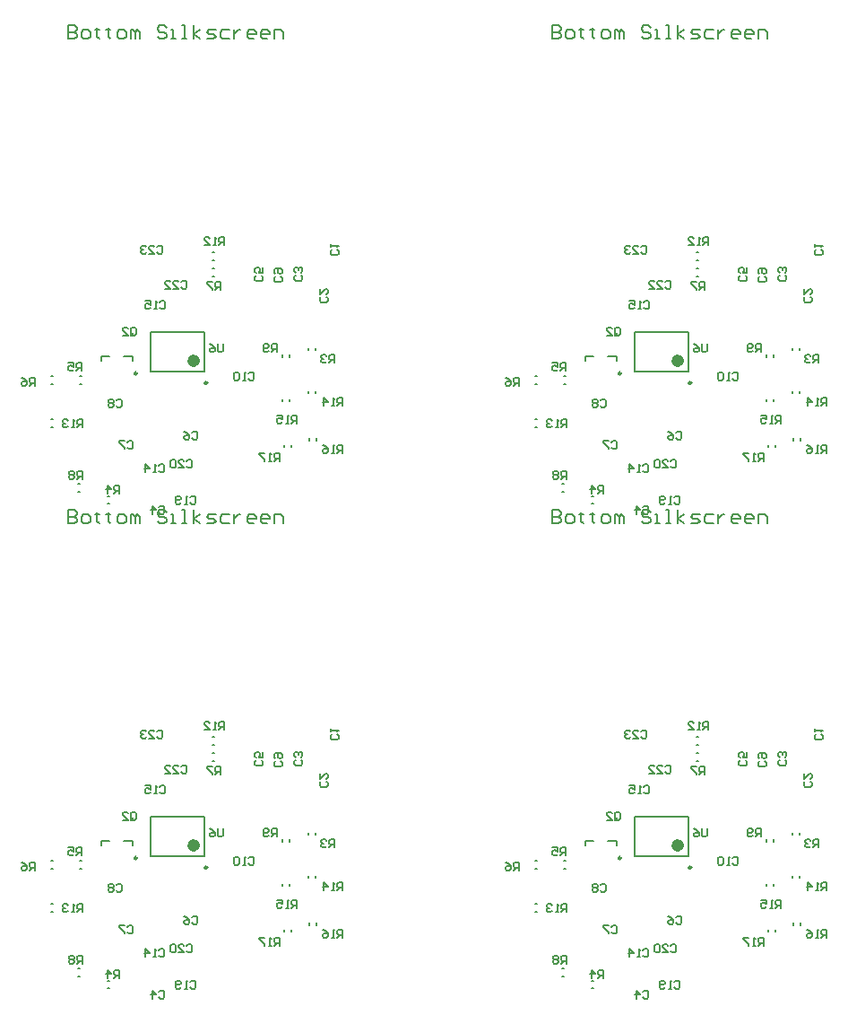
<source format=gbo>
G04 Layer_Color=65280*
%FSLAX25Y25*%
%MOIN*%
G70*
G01*
G75*
%ADD43C,0.00800*%
%ADD67C,0.00984*%
%ADD69C,0.00787*%
%ADD116C,0.02362*%
D43*
X191501Y214400D02*
Y216399D01*
X192000Y216899D01*
X193000D01*
X193500Y216399D01*
Y214400D01*
X193000Y213900D01*
X192000D01*
X192500Y214900D02*
X191501Y213900D01*
X192000D02*
X191501Y214400D01*
X188502Y213900D02*
X190501D01*
X188502Y215899D01*
Y216399D01*
X189001Y216899D01*
X190001D01*
X190501Y216399D01*
X155744Y195244D02*
Y198243D01*
X154245D01*
X153745Y197743D01*
Y196744D01*
X154245Y196244D01*
X155744D01*
X154744D02*
X153745Y195244D01*
X150746Y198243D02*
X151745Y197743D01*
X152745Y196744D01*
Y195744D01*
X152245Y195244D01*
X151245D01*
X150746Y195744D01*
Y196244D01*
X151245Y196744D01*
X152745D01*
X173244Y200744D02*
Y203743D01*
X171745D01*
X171245Y203243D01*
Y202244D01*
X171745Y201744D01*
X173244D01*
X172244D02*
X171245Y200744D01*
X168246Y203743D02*
X170245D01*
Y202244D01*
X169245Y202743D01*
X168746D01*
X168246Y202244D01*
Y201244D01*
X168746Y200744D01*
X169745D01*
X170245Y201244D01*
X173344Y160444D02*
Y163443D01*
X171845D01*
X171345Y162943D01*
Y161944D01*
X171845Y161444D01*
X173344D01*
X172344D02*
X171345Y160444D01*
X170345Y162943D02*
X169845Y163443D01*
X168845D01*
X168346Y162943D01*
Y162443D01*
X168845Y161944D01*
X168346Y161444D01*
Y160944D01*
X168845Y160444D01*
X169845D01*
X170345Y160944D01*
Y161444D01*
X169845Y161944D01*
X170345Y162443D01*
Y162943D01*
X169845Y161944D02*
X168845D01*
X173544Y179644D02*
Y182643D01*
X172045D01*
X171545Y182143D01*
Y181144D01*
X172045Y180644D01*
X173544D01*
X172544D02*
X171545Y179644D01*
X170545D02*
X169545D01*
X170045D01*
Y182643D01*
X170545Y182143D01*
X168046D02*
X167546Y182643D01*
X166546D01*
X166047Y182143D01*
Y181643D01*
X166546Y181144D01*
X167046D01*
X166546D01*
X166047Y180644D01*
Y180144D01*
X166546Y179644D01*
X167546D01*
X168046Y180144D01*
X187244Y155244D02*
Y158243D01*
X185745D01*
X185245Y157743D01*
Y156744D01*
X185745Y156244D01*
X187244D01*
X186244D02*
X185245Y155244D01*
X182746D02*
Y158243D01*
X184245Y156744D01*
X182246D01*
X212245Y167243D02*
X212745Y167743D01*
X213744D01*
X214244Y167243D01*
Y165244D01*
X213744Y164744D01*
X212745D01*
X212245Y165244D01*
X209246Y164744D02*
X211245D01*
X209246Y166743D01*
Y167243D01*
X209746Y167743D01*
X210745D01*
X211245Y167243D01*
X208246D02*
X207746Y167743D01*
X206747D01*
X206247Y167243D01*
Y165244D01*
X206747Y164744D01*
X207746D01*
X208246Y165244D01*
Y167243D01*
X213561Y153743D02*
X214061Y154243D01*
X215061D01*
X215561Y153743D01*
Y151744D01*
X215061Y151244D01*
X214061D01*
X213561Y151744D01*
X212562Y151244D02*
X211562D01*
X212062D01*
Y154243D01*
X212562Y153743D01*
X210063Y151744D02*
X209563Y151244D01*
X208563D01*
X208063Y151744D01*
Y153743D01*
X208563Y154243D01*
X209563D01*
X210063Y153743D01*
Y153243D01*
X209563Y152744D01*
X208063D01*
X201945Y165443D02*
X202445Y165943D01*
X203444D01*
X203944Y165443D01*
Y163444D01*
X203444Y162944D01*
X202445D01*
X201945Y163444D01*
X200945Y162944D02*
X199945D01*
X200445D01*
Y165943D01*
X200945Y165443D01*
X196946Y162944D02*
Y165943D01*
X198446Y164444D01*
X196447D01*
X247243Y235743D02*
X247743Y235244D01*
Y234244D01*
X247243Y233744D01*
X245244D01*
X244744Y234244D01*
Y235244D01*
X245244Y235743D01*
Y236743D02*
X244744Y237243D01*
Y238243D01*
X245244Y238742D01*
X247243D01*
X247743Y238243D01*
Y237243D01*
X247243Y236743D01*
X246743D01*
X246244Y237243D01*
Y238742D01*
X186145Y189743D02*
X186645Y190243D01*
X187644D01*
X188144Y189743D01*
Y187744D01*
X187644Y187244D01*
X186645D01*
X186145Y187744D01*
X185145Y189743D02*
X184645Y190243D01*
X183645D01*
X183146Y189743D01*
Y189243D01*
X183645Y188744D01*
X183146Y188244D01*
Y187744D01*
X183645Y187244D01*
X184645D01*
X185145Y187744D01*
Y188244D01*
X184645Y188744D01*
X185145Y189243D01*
Y189743D01*
X184645Y188744D02*
X183645D01*
X190245Y174243D02*
X190745Y174743D01*
X191744D01*
X192244Y174243D01*
Y172244D01*
X191744Y171744D01*
X190745D01*
X190245Y172244D01*
X189245Y174743D02*
X187246D01*
Y174243D01*
X189245Y172244D01*
Y171744D01*
X202245Y226243D02*
X202745Y226743D01*
X203744D01*
X204244Y226243D01*
Y224244D01*
X203744Y223744D01*
X202745D01*
X202245Y224244D01*
X201245Y223744D02*
X200245D01*
X200745D01*
Y226743D01*
X201245Y226243D01*
X196747Y226743D02*
X198746D01*
Y225244D01*
X197746Y225743D01*
X197246D01*
X196747Y225244D01*
Y224244D01*
X197246Y223744D01*
X198246D01*
X198746Y224244D01*
X214205Y177704D02*
X214705Y178204D01*
X215705D01*
X216205Y177704D01*
Y175704D01*
X215705Y175205D01*
X214705D01*
X214205Y175704D01*
X211206Y178204D02*
X212206Y177704D01*
X213206Y176704D01*
Y175704D01*
X212706Y175205D01*
X211706D01*
X211206Y175704D01*
Y176204D01*
X211706Y176704D01*
X213206D01*
X264243Y228243D02*
X264743Y227744D01*
Y226744D01*
X264243Y226244D01*
X262244D01*
X261744Y226744D01*
Y227744D01*
X262244Y228243D01*
X261744Y231242D02*
Y229243D01*
X263743Y231242D01*
X264243D01*
X264743Y230743D01*
Y229743D01*
X264243Y229243D01*
X201845Y150043D02*
X202345Y150543D01*
X203344D01*
X203844Y150043D01*
Y148044D01*
X203344Y147544D01*
X202345D01*
X201845Y148044D01*
X199346Y147544D02*
Y150543D01*
X200845Y149044D01*
X198846D01*
X254743Y236243D02*
X255243Y235744D01*
Y234744D01*
X254743Y234244D01*
X252744D01*
X252244Y234744D01*
Y235744D01*
X252744Y236243D01*
X254743Y237243D02*
X255243Y237743D01*
Y238743D01*
X254743Y239243D01*
X254243D01*
X253744Y238743D01*
Y238243D01*
Y238743D01*
X253244Y239243D01*
X252744D01*
X252244Y238743D01*
Y237743D01*
X252744Y237243D01*
X240099Y235987D02*
X240599Y235488D01*
Y234488D01*
X240099Y233988D01*
X238100D01*
X237600Y234488D01*
Y235488D01*
X238100Y235987D01*
X240599Y238987D02*
Y236987D01*
X239100D01*
X239599Y237987D01*
Y238487D01*
X239100Y238987D01*
X238100D01*
X237600Y238487D01*
Y237487D01*
X238100Y236987D01*
X225744Y210743D02*
Y208244D01*
X225244Y207744D01*
X224245D01*
X223745Y208244D01*
Y210743D01*
X220746D02*
X221745Y210243D01*
X222745Y209244D01*
Y208244D01*
X222245Y207744D01*
X221246D01*
X220746Y208244D01*
Y208744D01*
X221246Y209244D01*
X222745D01*
X210245Y233743D02*
X210745Y234243D01*
X211744D01*
X212244Y233743D01*
Y231744D01*
X211744Y231244D01*
X210745D01*
X210245Y231744D01*
X207246Y231244D02*
X209245D01*
X207246Y233243D01*
Y233743D01*
X207746Y234243D01*
X208745D01*
X209245Y233743D01*
X204247Y231244D02*
X206246D01*
X204247Y233243D01*
Y233743D01*
X204747Y234243D01*
X205746D01*
X206246Y233743D01*
X201245Y246743D02*
X201745Y247243D01*
X202744D01*
X203244Y246743D01*
Y244744D01*
X202744Y244244D01*
X201745D01*
X201245Y244744D01*
X198246Y244244D02*
X200245D01*
X198246Y246243D01*
Y246743D01*
X198746Y247243D01*
X199745D01*
X200245Y246743D01*
X197246D02*
X196746Y247243D01*
X195747D01*
X195247Y246743D01*
Y246243D01*
X195747Y245744D01*
X196246D01*
X195747D01*
X195247Y245244D01*
Y244744D01*
X195747Y244244D01*
X196746D01*
X197246Y244744D01*
X224744Y230744D02*
Y233743D01*
X223245D01*
X222745Y233243D01*
Y232244D01*
X223245Y231744D01*
X224744D01*
X223744D02*
X222745Y230744D01*
X221745Y233743D02*
X219746D01*
Y233243D01*
X221745Y231244D01*
Y230744D01*
X226303Y247372D02*
Y250371D01*
X224803D01*
X224303Y249871D01*
Y248871D01*
X224803Y248371D01*
X226303D01*
X225303D02*
X224303Y247372D01*
X223304D02*
X222304D01*
X222804D01*
Y250371D01*
X223304Y249871D01*
X218805Y247372D02*
X220804D01*
X218805Y249371D01*
Y249871D01*
X219305Y250371D01*
X220304D01*
X220804Y249871D01*
X268243Y245743D02*
X268743Y245244D01*
Y244244D01*
X268243Y243744D01*
X266244D01*
X265744Y244244D01*
Y245244D01*
X266244Y245743D01*
X265744Y246743D02*
Y247743D01*
Y247243D01*
X268743D01*
X268243Y246743D01*
X235245Y199743D02*
X235745Y200243D01*
X236744D01*
X237244Y199743D01*
Y197744D01*
X236744Y197244D01*
X235745D01*
X235245Y197744D01*
X234245Y197244D02*
X233245D01*
X233745D01*
Y200243D01*
X234245Y199743D01*
X231746D02*
X231246Y200243D01*
X230246D01*
X229747Y199743D01*
Y197744D01*
X230246Y197244D01*
X231246D01*
X231746Y197744D01*
Y199743D01*
X267244Y203744D02*
Y206743D01*
X265745D01*
X265245Y206243D01*
Y205244D01*
X265745Y204744D01*
X267244D01*
X266244D02*
X265245Y203744D01*
X264245Y206243D02*
X263745Y206743D01*
X262745D01*
X262246Y206243D01*
Y205743D01*
X262745Y205244D01*
X263245D01*
X262745D01*
X262246Y204744D01*
Y204244D01*
X262745Y203744D01*
X263745D01*
X264245Y204244D01*
X245744Y207744D02*
Y210743D01*
X244245D01*
X243745Y210243D01*
Y209244D01*
X244245Y208744D01*
X245744D01*
X244744D02*
X243745Y207744D01*
X242745Y208244D02*
X242245Y207744D01*
X241246D01*
X240746Y208244D01*
Y210243D01*
X241246Y210743D01*
X242245D01*
X242745Y210243D01*
Y209743D01*
X242245Y209244D01*
X240746D01*
X270244Y187744D02*
Y190743D01*
X268745D01*
X268245Y190243D01*
Y189244D01*
X268745Y188744D01*
X270244D01*
X269244D02*
X268245Y187744D01*
X267245D02*
X266245D01*
X266745D01*
Y190743D01*
X267245Y190243D01*
X263246Y187744D02*
Y190743D01*
X264746Y189244D01*
X262747D01*
X253244Y181244D02*
Y184243D01*
X251745D01*
X251245Y183743D01*
Y182744D01*
X251745Y182244D01*
X253244D01*
X252244D02*
X251245Y181244D01*
X250245D02*
X249245D01*
X249745D01*
Y184243D01*
X250245Y183743D01*
X245746Y184243D02*
X247746D01*
Y182744D01*
X246746Y183243D01*
X246246D01*
X245746Y182744D01*
Y181744D01*
X246246Y181244D01*
X247246D01*
X247746Y181744D01*
X270244Y170244D02*
Y173243D01*
X268745D01*
X268245Y172743D01*
Y171744D01*
X268745Y171244D01*
X270244D01*
X269244D02*
X268245Y170244D01*
X267245D02*
X266245D01*
X266745D01*
Y173243D01*
X267245Y172743D01*
X262747Y173243D02*
X263746Y172743D01*
X264746Y171744D01*
Y170744D01*
X264246Y170244D01*
X263246D01*
X262747Y170744D01*
Y171244D01*
X263246Y171744D01*
X264746D01*
X246744Y167244D02*
Y170243D01*
X245245D01*
X244745Y169743D01*
Y168744D01*
X245245Y168244D01*
X246744D01*
X245744D02*
X244745Y167244D01*
X243745D02*
X242745D01*
X243245D01*
Y170243D01*
X243745Y169743D01*
X241246Y170243D02*
X239247D01*
Y169743D01*
X241246Y167744D01*
Y167244D01*
X168120Y328992D02*
Y323994D01*
X170619D01*
X171452Y324827D01*
Y325660D01*
X170619Y326493D01*
X168120D01*
X170619D01*
X171452Y327326D01*
Y328159D01*
X170619Y328992D01*
X168120D01*
X173951Y323994D02*
X175617D01*
X176450Y324827D01*
Y326493D01*
X175617Y327326D01*
X173951D01*
X173118Y326493D01*
Y324827D01*
X173951Y323994D01*
X178949Y328159D02*
Y327326D01*
X178117D01*
X179783D01*
X178949D01*
Y324827D01*
X179783Y323994D01*
X183115Y328159D02*
Y327326D01*
X182282D01*
X183948D01*
X183115D01*
Y324827D01*
X183948Y323994D01*
X187280D02*
X188946D01*
X189779Y324827D01*
Y326493D01*
X188946Y327326D01*
X187280D01*
X186447Y326493D01*
Y324827D01*
X187280Y323994D01*
X191446D02*
Y327326D01*
X192279D01*
X193112Y326493D01*
Y323994D01*
Y326493D01*
X193945Y327326D01*
X194778Y326493D01*
Y323994D01*
X204774Y328159D02*
X203941Y328992D01*
X202275D01*
X201442Y328159D01*
Y327326D01*
X202275Y326493D01*
X203941D01*
X204774Y325660D01*
Y324827D01*
X203941Y323994D01*
X202275D01*
X201442Y324827D01*
X206441Y323994D02*
X208107D01*
X207274D01*
Y327326D01*
X206441D01*
X210606Y323994D02*
X212272D01*
X211439D01*
Y328992D01*
X210606D01*
X214771Y323994D02*
Y328992D01*
Y325660D02*
X217270Y327326D01*
X214771Y325660D02*
X217270Y323994D01*
X219770D02*
X222269D01*
X223102Y324827D01*
X222269Y325660D01*
X220603D01*
X219770Y326493D01*
X220603Y327326D01*
X223102D01*
X228100D02*
X225601D01*
X224768Y326493D01*
Y324827D01*
X225601Y323994D01*
X228100D01*
X229766Y327326D02*
Y323994D01*
Y325660D01*
X230599Y326493D01*
X231433Y327326D01*
X232266D01*
X237264Y323994D02*
X235598D01*
X234765Y324827D01*
Y326493D01*
X235598Y327326D01*
X237264D01*
X238097Y326493D01*
Y325660D01*
X234765D01*
X242262Y323994D02*
X240596D01*
X239763Y324827D01*
Y326493D01*
X240596Y327326D01*
X242262D01*
X243095Y326493D01*
Y325660D01*
X239763D01*
X244761Y323994D02*
Y327326D01*
X247261D01*
X248094Y326493D01*
Y323994D01*
X371501Y214400D02*
Y216399D01*
X372001Y216899D01*
X373000D01*
X373500Y216399D01*
Y214400D01*
X373000Y213900D01*
X372001D01*
X372500Y214900D02*
X371501Y213900D01*
X372001D02*
X371501Y214400D01*
X368502Y213900D02*
X370501D01*
X368502Y215899D01*
Y216399D01*
X369002Y216899D01*
X370001D01*
X370501Y216399D01*
X335744Y195244D02*
Y198243D01*
X334245D01*
X333745Y197743D01*
Y196744D01*
X334245Y196244D01*
X335744D01*
X334744D02*
X333745Y195244D01*
X330746Y198243D02*
X331745Y197743D01*
X332745Y196744D01*
Y195744D01*
X332245Y195244D01*
X331245D01*
X330746Y195744D01*
Y196244D01*
X331245Y196744D01*
X332745D01*
X353244Y200744D02*
Y203743D01*
X351745D01*
X351245Y203243D01*
Y202244D01*
X351745Y201744D01*
X353244D01*
X352244D02*
X351245Y200744D01*
X348246Y203743D02*
X350245D01*
Y202244D01*
X349245Y202743D01*
X348745D01*
X348246Y202244D01*
Y201244D01*
X348745Y200744D01*
X349745D01*
X350245Y201244D01*
X353344Y160444D02*
Y163443D01*
X351845D01*
X351345Y162943D01*
Y161944D01*
X351845Y161444D01*
X353344D01*
X352344D02*
X351345Y160444D01*
X350345Y162943D02*
X349845Y163443D01*
X348846D01*
X348346Y162943D01*
Y162443D01*
X348846Y161944D01*
X348346Y161444D01*
Y160944D01*
X348846Y160444D01*
X349845D01*
X350345Y160944D01*
Y161444D01*
X349845Y161944D01*
X350345Y162443D01*
Y162943D01*
X349845Y161944D02*
X348846D01*
X353544Y179644D02*
Y182643D01*
X352045D01*
X351545Y182143D01*
Y181144D01*
X352045Y180644D01*
X353544D01*
X352544D02*
X351545Y179644D01*
X350545D02*
X349545D01*
X350045D01*
Y182643D01*
X350545Y182143D01*
X348046D02*
X347546Y182643D01*
X346546D01*
X346046Y182143D01*
Y181643D01*
X346546Y181144D01*
X347046D01*
X346546D01*
X346046Y180644D01*
Y180144D01*
X346546Y179644D01*
X347546D01*
X348046Y180144D01*
X367244Y155244D02*
Y158243D01*
X365745D01*
X365245Y157743D01*
Y156744D01*
X365745Y156244D01*
X367244D01*
X366244D02*
X365245Y155244D01*
X362745D02*
Y158243D01*
X364245Y156744D01*
X362246D01*
X392245Y167243D02*
X392745Y167743D01*
X393744D01*
X394244Y167243D01*
Y165244D01*
X393744Y164744D01*
X392745D01*
X392245Y165244D01*
X389246Y164744D02*
X391245D01*
X389246Y166743D01*
Y167243D01*
X389745Y167743D01*
X390745D01*
X391245Y167243D01*
X388246D02*
X387746Y167743D01*
X386747D01*
X386247Y167243D01*
Y165244D01*
X386747Y164744D01*
X387746D01*
X388246Y165244D01*
Y167243D01*
X393561Y153743D02*
X394061Y154243D01*
X395061D01*
X395561Y153743D01*
Y151744D01*
X395061Y151244D01*
X394061D01*
X393561Y151744D01*
X392562Y151244D02*
X391562D01*
X392062D01*
Y154243D01*
X392562Y153743D01*
X390062Y151744D02*
X389563Y151244D01*
X388563D01*
X388063Y151744D01*
Y153743D01*
X388563Y154243D01*
X389563D01*
X390062Y153743D01*
Y153243D01*
X389563Y152744D01*
X388063D01*
X381945Y165443D02*
X382445Y165943D01*
X383444D01*
X383944Y165443D01*
Y163444D01*
X383444Y162944D01*
X382445D01*
X381945Y163444D01*
X380945Y162944D02*
X379945D01*
X380445D01*
Y165943D01*
X380945Y165443D01*
X376946Y162944D02*
Y165943D01*
X378446Y164444D01*
X376447D01*
X427243Y235743D02*
X427743Y235244D01*
Y234244D01*
X427243Y233744D01*
X425244D01*
X424744Y234244D01*
Y235244D01*
X425244Y235743D01*
Y236743D02*
X424744Y237243D01*
Y238243D01*
X425244Y238742D01*
X427243D01*
X427743Y238243D01*
Y237243D01*
X427243Y236743D01*
X426743D01*
X426244Y237243D01*
Y238742D01*
X366145Y189743D02*
X366645Y190243D01*
X367644D01*
X368144Y189743D01*
Y187744D01*
X367644Y187244D01*
X366645D01*
X366145Y187744D01*
X365145Y189743D02*
X364645Y190243D01*
X363646D01*
X363146Y189743D01*
Y189243D01*
X363646Y188744D01*
X363146Y188244D01*
Y187744D01*
X363646Y187244D01*
X364645D01*
X365145Y187744D01*
Y188244D01*
X364645Y188744D01*
X365145Y189243D01*
Y189743D01*
X364645Y188744D02*
X363646D01*
X370245Y174243D02*
X370745Y174743D01*
X371744D01*
X372244Y174243D01*
Y172244D01*
X371744Y171744D01*
X370745D01*
X370245Y172244D01*
X369245Y174743D02*
X367246D01*
Y174243D01*
X369245Y172244D01*
Y171744D01*
X382245Y226243D02*
X382745Y226743D01*
X383744D01*
X384244Y226243D01*
Y224244D01*
X383744Y223744D01*
X382745D01*
X382245Y224244D01*
X381245Y223744D02*
X380245D01*
X380745D01*
Y226743D01*
X381245Y226243D01*
X376747Y226743D02*
X378746D01*
Y225244D01*
X377746Y225743D01*
X377246D01*
X376747Y225244D01*
Y224244D01*
X377246Y223744D01*
X378246D01*
X378746Y224244D01*
X394205Y177704D02*
X394705Y178204D01*
X395705D01*
X396205Y177704D01*
Y175704D01*
X395705Y175205D01*
X394705D01*
X394205Y175704D01*
X391206Y178204D02*
X392206Y177704D01*
X393206Y176704D01*
Y175704D01*
X392706Y175205D01*
X391706D01*
X391206Y175704D01*
Y176204D01*
X391706Y176704D01*
X393206D01*
X444243Y228243D02*
X444743Y227744D01*
Y226744D01*
X444243Y226244D01*
X442244D01*
X441744Y226744D01*
Y227744D01*
X442244Y228243D01*
X441744Y231242D02*
Y229243D01*
X443743Y231242D01*
X444243D01*
X444743Y230743D01*
Y229743D01*
X444243Y229243D01*
X381845Y150043D02*
X382345Y150543D01*
X383344D01*
X383844Y150043D01*
Y148044D01*
X383344Y147544D01*
X382345D01*
X381845Y148044D01*
X379345Y147544D02*
Y150543D01*
X380845Y149044D01*
X378846D01*
X434743Y236243D02*
X435243Y235744D01*
Y234744D01*
X434743Y234244D01*
X432744D01*
X432244Y234744D01*
Y235744D01*
X432744Y236243D01*
X434743Y237243D02*
X435243Y237743D01*
Y238743D01*
X434743Y239243D01*
X434243D01*
X433744Y238743D01*
Y238243D01*
Y238743D01*
X433244Y239243D01*
X432744D01*
X432244Y238743D01*
Y237743D01*
X432744Y237243D01*
X420099Y235987D02*
X420599Y235488D01*
Y234488D01*
X420099Y233988D01*
X418100D01*
X417600Y234488D01*
Y235488D01*
X418100Y235987D01*
X420599Y238987D02*
Y236987D01*
X419100D01*
X419599Y237987D01*
Y238487D01*
X419100Y238987D01*
X418100D01*
X417600Y238487D01*
Y237487D01*
X418100Y236987D01*
X405744Y210743D02*
Y208244D01*
X405244Y207744D01*
X404245D01*
X403745Y208244D01*
Y210743D01*
X400746D02*
X401745Y210243D01*
X402745Y209244D01*
Y208244D01*
X402245Y207744D01*
X401245D01*
X400746Y208244D01*
Y208744D01*
X401245Y209244D01*
X402745D01*
X390245Y233743D02*
X390745Y234243D01*
X391744D01*
X392244Y233743D01*
Y231744D01*
X391744Y231244D01*
X390745D01*
X390245Y231744D01*
X387246Y231244D02*
X389245D01*
X387246Y233243D01*
Y233743D01*
X387745Y234243D01*
X388745D01*
X389245Y233743D01*
X384247Y231244D02*
X386246D01*
X384247Y233243D01*
Y233743D01*
X384747Y234243D01*
X385746D01*
X386246Y233743D01*
X381245Y246743D02*
X381745Y247243D01*
X382744D01*
X383244Y246743D01*
Y244744D01*
X382744Y244244D01*
X381745D01*
X381245Y244744D01*
X378246Y244244D02*
X380245D01*
X378246Y246243D01*
Y246743D01*
X378746Y247243D01*
X379745D01*
X380245Y246743D01*
X377246D02*
X376746Y247243D01*
X375746D01*
X375247Y246743D01*
Y246243D01*
X375746Y245744D01*
X376246D01*
X375746D01*
X375247Y245244D01*
Y244744D01*
X375746Y244244D01*
X376746D01*
X377246Y244744D01*
X404744Y230744D02*
Y233743D01*
X403245D01*
X402745Y233243D01*
Y232244D01*
X403245Y231744D01*
X404744D01*
X403744D02*
X402745Y230744D01*
X401745Y233743D02*
X399746D01*
Y233243D01*
X401745Y231244D01*
Y230744D01*
X406302Y247372D02*
Y250371D01*
X404803D01*
X404303Y249871D01*
Y248871D01*
X404803Y248371D01*
X406302D01*
X405303D02*
X404303Y247372D01*
X403303D02*
X402304D01*
X402804D01*
Y250371D01*
X403303Y249871D01*
X398805Y247372D02*
X400804D01*
X398805Y249371D01*
Y249871D01*
X399305Y250371D01*
X400304D01*
X400804Y249871D01*
X448243Y245743D02*
X448743Y245244D01*
Y244244D01*
X448243Y243744D01*
X446244D01*
X445744Y244244D01*
Y245244D01*
X446244Y245743D01*
X445744Y246743D02*
Y247743D01*
Y247243D01*
X448743D01*
X448243Y246743D01*
X415245Y199743D02*
X415745Y200243D01*
X416744D01*
X417244Y199743D01*
Y197744D01*
X416744Y197244D01*
X415745D01*
X415245Y197744D01*
X414245Y197244D02*
X413245D01*
X413745D01*
Y200243D01*
X414245Y199743D01*
X411746D02*
X411246Y200243D01*
X410246D01*
X409747Y199743D01*
Y197744D01*
X410246Y197244D01*
X411246D01*
X411746Y197744D01*
Y199743D01*
X447244Y203744D02*
Y206743D01*
X445745D01*
X445245Y206243D01*
Y205244D01*
X445745Y204744D01*
X447244D01*
X446244D02*
X445245Y203744D01*
X444245Y206243D02*
X443745Y206743D01*
X442745D01*
X442246Y206243D01*
Y205743D01*
X442745Y205244D01*
X443245D01*
X442745D01*
X442246Y204744D01*
Y204244D01*
X442745Y203744D01*
X443745D01*
X444245Y204244D01*
X425744Y207744D02*
Y210743D01*
X424245D01*
X423745Y210243D01*
Y209244D01*
X424245Y208744D01*
X425744D01*
X424744D02*
X423745Y207744D01*
X422745Y208244D02*
X422245Y207744D01*
X421245D01*
X420746Y208244D01*
Y210243D01*
X421245Y210743D01*
X422245D01*
X422745Y210243D01*
Y209743D01*
X422245Y209244D01*
X420746D01*
X450244Y187744D02*
Y190743D01*
X448745D01*
X448245Y190243D01*
Y189244D01*
X448745Y188744D01*
X450244D01*
X449244D02*
X448245Y187744D01*
X447245D02*
X446245D01*
X446745D01*
Y190743D01*
X447245Y190243D01*
X443246Y187744D02*
Y190743D01*
X444746Y189244D01*
X442746D01*
X433244Y181244D02*
Y184243D01*
X431745D01*
X431245Y183743D01*
Y182744D01*
X431745Y182244D01*
X433244D01*
X432244D02*
X431245Y181244D01*
X430245D02*
X429245D01*
X429745D01*
Y184243D01*
X430245Y183743D01*
X425746Y184243D02*
X427746D01*
Y182744D01*
X426746Y183243D01*
X426246D01*
X425746Y182744D01*
Y181744D01*
X426246Y181244D01*
X427246D01*
X427746Y181744D01*
X450244Y170244D02*
Y173243D01*
X448745D01*
X448245Y172743D01*
Y171744D01*
X448745Y171244D01*
X450244D01*
X449244D02*
X448245Y170244D01*
X447245D02*
X446245D01*
X446745D01*
Y173243D01*
X447245Y172743D01*
X442746Y173243D02*
X443746Y172743D01*
X444746Y171744D01*
Y170744D01*
X444246Y170244D01*
X443246D01*
X442746Y170744D01*
Y171244D01*
X443246Y171744D01*
X444746D01*
X426744Y167244D02*
Y170243D01*
X425245D01*
X424745Y169743D01*
Y168744D01*
X425245Y168244D01*
X426744D01*
X425744D02*
X424745Y167244D01*
X423745D02*
X422745D01*
X423245D01*
Y170243D01*
X423745Y169743D01*
X421246Y170243D02*
X419246D01*
Y169743D01*
X421246Y167744D01*
Y167244D01*
X348120Y328992D02*
Y323994D01*
X350619D01*
X351452Y324827D01*
Y325660D01*
X350619Y326493D01*
X348120D01*
X350619D01*
X351452Y327326D01*
Y328159D01*
X350619Y328992D01*
X348120D01*
X353951Y323994D02*
X355617D01*
X356450Y324827D01*
Y326493D01*
X355617Y327326D01*
X353951D01*
X353118Y326493D01*
Y324827D01*
X353951Y323994D01*
X358949Y328159D02*
Y327326D01*
X358116D01*
X359783D01*
X358949D01*
Y324827D01*
X359783Y323994D01*
X363115Y328159D02*
Y327326D01*
X362282D01*
X363948D01*
X363115D01*
Y324827D01*
X363948Y323994D01*
X367280D02*
X368946D01*
X369779Y324827D01*
Y326493D01*
X368946Y327326D01*
X367280D01*
X366447Y326493D01*
Y324827D01*
X367280Y323994D01*
X371445D02*
Y327326D01*
X372278D01*
X373112Y326493D01*
Y323994D01*
Y326493D01*
X373945Y327326D01*
X374778Y326493D01*
Y323994D01*
X384774Y328159D02*
X383941Y328992D01*
X382275D01*
X381442Y328159D01*
Y327326D01*
X382275Y326493D01*
X383941D01*
X384774Y325660D01*
Y324827D01*
X383941Y323994D01*
X382275D01*
X381442Y324827D01*
X386441Y323994D02*
X388107D01*
X387274D01*
Y327326D01*
X386441D01*
X390606Y323994D02*
X392272D01*
X391439D01*
Y328992D01*
X390606D01*
X394771Y323994D02*
Y328992D01*
Y325660D02*
X397270Y327326D01*
X394771Y325660D02*
X397270Y323994D01*
X399770D02*
X402269D01*
X403102Y324827D01*
X402269Y325660D01*
X400603D01*
X399770Y326493D01*
X400603Y327326D01*
X403102D01*
X408100D02*
X405601D01*
X404768Y326493D01*
Y324827D01*
X405601Y323994D01*
X408100D01*
X409766Y327326D02*
Y323994D01*
Y325660D01*
X410599Y326493D01*
X411433Y327326D01*
X412266D01*
X417264Y323994D02*
X415598D01*
X414765Y324827D01*
Y326493D01*
X415598Y327326D01*
X417264D01*
X418097Y326493D01*
Y325660D01*
X414765D01*
X422262Y323994D02*
X420596D01*
X419763Y324827D01*
Y326493D01*
X420596Y327326D01*
X422262D01*
X423095Y326493D01*
Y325660D01*
X419763D01*
X424761Y323994D02*
Y327326D01*
X427261D01*
X428094Y326493D01*
Y323994D01*
X191501Y394400D02*
Y396399D01*
X192000Y396899D01*
X193000D01*
X193500Y396399D01*
Y394400D01*
X193000Y393900D01*
X192000D01*
X192500Y394900D02*
X191501Y393900D01*
X192000D02*
X191501Y394400D01*
X188502Y393900D02*
X190501D01*
X188502Y395899D01*
Y396399D01*
X189001Y396899D01*
X190001D01*
X190501Y396399D01*
X155744Y375244D02*
Y378243D01*
X154245D01*
X153745Y377743D01*
Y376744D01*
X154245Y376244D01*
X155744D01*
X154744D02*
X153745Y375244D01*
X150746Y378243D02*
X151745Y377743D01*
X152745Y376744D01*
Y375744D01*
X152245Y375244D01*
X151245D01*
X150746Y375744D01*
Y376244D01*
X151245Y376744D01*
X152745D01*
X173244Y380744D02*
Y383743D01*
X171745D01*
X171245Y383243D01*
Y382244D01*
X171745Y381744D01*
X173244D01*
X172244D02*
X171245Y380744D01*
X168246Y383743D02*
X170245D01*
Y382244D01*
X169245Y382743D01*
X168746D01*
X168246Y382244D01*
Y381244D01*
X168746Y380744D01*
X169745D01*
X170245Y381244D01*
X173344Y340444D02*
Y343443D01*
X171845D01*
X171345Y342943D01*
Y341944D01*
X171845Y341444D01*
X173344D01*
X172344D02*
X171345Y340444D01*
X170345Y342943D02*
X169845Y343443D01*
X168845D01*
X168346Y342943D01*
Y342443D01*
X168845Y341944D01*
X168346Y341444D01*
Y340944D01*
X168845Y340444D01*
X169845D01*
X170345Y340944D01*
Y341444D01*
X169845Y341944D01*
X170345Y342443D01*
Y342943D01*
X169845Y341944D02*
X168845D01*
X173544Y359644D02*
Y362643D01*
X172045D01*
X171545Y362143D01*
Y361144D01*
X172045Y360644D01*
X173544D01*
X172544D02*
X171545Y359644D01*
X170545D02*
X169545D01*
X170045D01*
Y362643D01*
X170545Y362143D01*
X168046D02*
X167546Y362643D01*
X166546D01*
X166047Y362143D01*
Y361643D01*
X166546Y361144D01*
X167046D01*
X166546D01*
X166047Y360644D01*
Y360144D01*
X166546Y359644D01*
X167546D01*
X168046Y360144D01*
X187244Y335244D02*
Y338243D01*
X185745D01*
X185245Y337743D01*
Y336744D01*
X185745Y336244D01*
X187244D01*
X186244D02*
X185245Y335244D01*
X182746D02*
Y338243D01*
X184245Y336744D01*
X182246D01*
X212245Y347243D02*
X212745Y347743D01*
X213744D01*
X214244Y347243D01*
Y345244D01*
X213744Y344744D01*
X212745D01*
X212245Y345244D01*
X209246Y344744D02*
X211245D01*
X209246Y346743D01*
Y347243D01*
X209746Y347743D01*
X210745D01*
X211245Y347243D01*
X208246D02*
X207746Y347743D01*
X206747D01*
X206247Y347243D01*
Y345244D01*
X206747Y344744D01*
X207746D01*
X208246Y345244D01*
Y347243D01*
X213561Y333743D02*
X214061Y334243D01*
X215061D01*
X215561Y333743D01*
Y331744D01*
X215061Y331244D01*
X214061D01*
X213561Y331744D01*
X212562Y331244D02*
X211562D01*
X212062D01*
Y334243D01*
X212562Y333743D01*
X210063Y331744D02*
X209563Y331244D01*
X208563D01*
X208063Y331744D01*
Y333743D01*
X208563Y334243D01*
X209563D01*
X210063Y333743D01*
Y333243D01*
X209563Y332744D01*
X208063D01*
X201945Y345443D02*
X202445Y345943D01*
X203444D01*
X203944Y345443D01*
Y343444D01*
X203444Y342944D01*
X202445D01*
X201945Y343444D01*
X200945Y342944D02*
X199945D01*
X200445D01*
Y345943D01*
X200945Y345443D01*
X196946Y342944D02*
Y345943D01*
X198446Y344444D01*
X196447D01*
X247243Y415743D02*
X247743Y415244D01*
Y414244D01*
X247243Y413744D01*
X245244D01*
X244744Y414244D01*
Y415244D01*
X245244Y415743D01*
Y416743D02*
X244744Y417243D01*
Y418243D01*
X245244Y418743D01*
X247243D01*
X247743Y418243D01*
Y417243D01*
X247243Y416743D01*
X246743D01*
X246244Y417243D01*
Y418743D01*
X186145Y369743D02*
X186645Y370243D01*
X187644D01*
X188144Y369743D01*
Y367744D01*
X187644Y367244D01*
X186645D01*
X186145Y367744D01*
X185145Y369743D02*
X184645Y370243D01*
X183645D01*
X183146Y369743D01*
Y369243D01*
X183645Y368744D01*
X183146Y368244D01*
Y367744D01*
X183645Y367244D01*
X184645D01*
X185145Y367744D01*
Y368244D01*
X184645Y368744D01*
X185145Y369243D01*
Y369743D01*
X184645Y368744D02*
X183645D01*
X190245Y354243D02*
X190745Y354743D01*
X191744D01*
X192244Y354243D01*
Y352244D01*
X191744Y351744D01*
X190745D01*
X190245Y352244D01*
X189245Y354743D02*
X187246D01*
Y354243D01*
X189245Y352244D01*
Y351744D01*
X202245Y406243D02*
X202745Y406743D01*
X203744D01*
X204244Y406243D01*
Y404244D01*
X203744Y403744D01*
X202745D01*
X202245Y404244D01*
X201245Y403744D02*
X200245D01*
X200745D01*
Y406743D01*
X201245Y406243D01*
X196747Y406743D02*
X198746D01*
Y405244D01*
X197746Y405743D01*
X197246D01*
X196747Y405244D01*
Y404244D01*
X197246Y403744D01*
X198246D01*
X198746Y404244D01*
X214205Y357704D02*
X214705Y358204D01*
X215705D01*
X216205Y357704D01*
Y355704D01*
X215705Y355205D01*
X214705D01*
X214205Y355704D01*
X211206Y358204D02*
X212206Y357704D01*
X213206Y356704D01*
Y355704D01*
X212706Y355205D01*
X211706D01*
X211206Y355704D01*
Y356204D01*
X211706Y356704D01*
X213206D01*
X264243Y408243D02*
X264743Y407744D01*
Y406744D01*
X264243Y406244D01*
X262244D01*
X261744Y406744D01*
Y407744D01*
X262244Y408243D01*
X261744Y411242D02*
Y409243D01*
X263743Y411242D01*
X264243D01*
X264743Y410743D01*
Y409743D01*
X264243Y409243D01*
X201845Y330043D02*
X202345Y330543D01*
X203344D01*
X203844Y330043D01*
Y328044D01*
X203344Y327544D01*
X202345D01*
X201845Y328044D01*
X199346Y327544D02*
Y330543D01*
X200845Y329044D01*
X198846D01*
X254743Y416243D02*
X255243Y415744D01*
Y414744D01*
X254743Y414244D01*
X252744D01*
X252244Y414744D01*
Y415744D01*
X252744Y416243D01*
X254743Y417243D02*
X255243Y417743D01*
Y418743D01*
X254743Y419242D01*
X254243D01*
X253744Y418743D01*
Y418243D01*
Y418743D01*
X253244Y419242D01*
X252744D01*
X252244Y418743D01*
Y417743D01*
X252744Y417243D01*
X240099Y415987D02*
X240599Y415488D01*
Y414488D01*
X240099Y413988D01*
X238100D01*
X237600Y414488D01*
Y415488D01*
X238100Y415987D01*
X240599Y418987D02*
Y416987D01*
X239100D01*
X239599Y417987D01*
Y418487D01*
X239100Y418987D01*
X238100D01*
X237600Y418487D01*
Y417487D01*
X238100Y416987D01*
X225744Y390743D02*
Y388244D01*
X225244Y387744D01*
X224245D01*
X223745Y388244D01*
Y390743D01*
X220746D02*
X221745Y390243D01*
X222745Y389244D01*
Y388244D01*
X222245Y387744D01*
X221246D01*
X220746Y388244D01*
Y388744D01*
X221246Y389244D01*
X222745D01*
X210245Y413743D02*
X210745Y414243D01*
X211744D01*
X212244Y413743D01*
Y411744D01*
X211744Y411244D01*
X210745D01*
X210245Y411744D01*
X207246Y411244D02*
X209245D01*
X207246Y413243D01*
Y413743D01*
X207746Y414243D01*
X208745D01*
X209245Y413743D01*
X204247Y411244D02*
X206246D01*
X204247Y413243D01*
Y413743D01*
X204747Y414243D01*
X205746D01*
X206246Y413743D01*
X201245Y426743D02*
X201745Y427243D01*
X202744D01*
X203244Y426743D01*
Y424744D01*
X202744Y424244D01*
X201745D01*
X201245Y424744D01*
X198246Y424244D02*
X200245D01*
X198246Y426243D01*
Y426743D01*
X198746Y427243D01*
X199745D01*
X200245Y426743D01*
X197246D02*
X196746Y427243D01*
X195747D01*
X195247Y426743D01*
Y426243D01*
X195747Y425744D01*
X196246D01*
X195747D01*
X195247Y425244D01*
Y424744D01*
X195747Y424244D01*
X196746D01*
X197246Y424744D01*
X224744Y410744D02*
Y413743D01*
X223245D01*
X222745Y413243D01*
Y412244D01*
X223245Y411744D01*
X224744D01*
X223744D02*
X222745Y410744D01*
X221745Y413743D02*
X219746D01*
Y413243D01*
X221745Y411244D01*
Y410744D01*
X226303Y427372D02*
Y430371D01*
X224803D01*
X224303Y429871D01*
Y428871D01*
X224803Y428371D01*
X226303D01*
X225303D02*
X224303Y427372D01*
X223304D02*
X222304D01*
X222804D01*
Y430371D01*
X223304Y429871D01*
X218805Y427372D02*
X220804D01*
X218805Y429371D01*
Y429871D01*
X219305Y430371D01*
X220304D01*
X220804Y429871D01*
X268243Y425743D02*
X268743Y425244D01*
Y424244D01*
X268243Y423744D01*
X266244D01*
X265744Y424244D01*
Y425244D01*
X266244Y425743D01*
X265744Y426743D02*
Y427743D01*
Y427243D01*
X268743D01*
X268243Y426743D01*
X235245Y379743D02*
X235745Y380243D01*
X236744D01*
X237244Y379743D01*
Y377744D01*
X236744Y377244D01*
X235745D01*
X235245Y377744D01*
X234245Y377244D02*
X233245D01*
X233745D01*
Y380243D01*
X234245Y379743D01*
X231746D02*
X231246Y380243D01*
X230246D01*
X229747Y379743D01*
Y377744D01*
X230246Y377244D01*
X231246D01*
X231746Y377744D01*
Y379743D01*
X267244Y383744D02*
Y386743D01*
X265745D01*
X265245Y386243D01*
Y385244D01*
X265745Y384744D01*
X267244D01*
X266244D02*
X265245Y383744D01*
X264245Y386243D02*
X263745Y386743D01*
X262745D01*
X262246Y386243D01*
Y385743D01*
X262745Y385244D01*
X263245D01*
X262745D01*
X262246Y384744D01*
Y384244D01*
X262745Y383744D01*
X263745D01*
X264245Y384244D01*
X245744Y387744D02*
Y390743D01*
X244245D01*
X243745Y390243D01*
Y389244D01*
X244245Y388744D01*
X245744D01*
X244744D02*
X243745Y387744D01*
X242745Y388244D02*
X242245Y387744D01*
X241246D01*
X240746Y388244D01*
Y390243D01*
X241246Y390743D01*
X242245D01*
X242745Y390243D01*
Y389743D01*
X242245Y389244D01*
X240746D01*
X270244Y367744D02*
Y370743D01*
X268745D01*
X268245Y370243D01*
Y369244D01*
X268745Y368744D01*
X270244D01*
X269244D02*
X268245Y367744D01*
X267245D02*
X266245D01*
X266745D01*
Y370743D01*
X267245Y370243D01*
X263246Y367744D02*
Y370743D01*
X264746Y369244D01*
X262747D01*
X253244Y361244D02*
Y364243D01*
X251745D01*
X251245Y363743D01*
Y362744D01*
X251745Y362244D01*
X253244D01*
X252244D02*
X251245Y361244D01*
X250245D02*
X249245D01*
X249745D01*
Y364243D01*
X250245Y363743D01*
X245746Y364243D02*
X247746D01*
Y362744D01*
X246746Y363243D01*
X246246D01*
X245746Y362744D01*
Y361744D01*
X246246Y361244D01*
X247246D01*
X247746Y361744D01*
X270244Y350244D02*
Y353243D01*
X268745D01*
X268245Y352743D01*
Y351744D01*
X268745Y351244D01*
X270244D01*
X269244D02*
X268245Y350244D01*
X267245D02*
X266245D01*
X266745D01*
Y353243D01*
X267245Y352743D01*
X262747Y353243D02*
X263746Y352743D01*
X264746Y351744D01*
Y350744D01*
X264246Y350244D01*
X263246D01*
X262747Y350744D01*
Y351244D01*
X263246Y351744D01*
X264746D01*
X246744Y347244D02*
Y350243D01*
X245245D01*
X244745Y349743D01*
Y348744D01*
X245245Y348244D01*
X246744D01*
X245744D02*
X244745Y347244D01*
X243745D02*
X242745D01*
X243245D01*
Y350243D01*
X243745Y349743D01*
X241246Y350243D02*
X239247D01*
Y349743D01*
X241246Y347744D01*
Y347244D01*
X168120Y508992D02*
Y503994D01*
X170619D01*
X171452Y504827D01*
Y505660D01*
X170619Y506493D01*
X168120D01*
X170619D01*
X171452Y507326D01*
Y508159D01*
X170619Y508992D01*
X168120D01*
X173951Y503994D02*
X175617D01*
X176450Y504827D01*
Y506493D01*
X175617Y507326D01*
X173951D01*
X173118Y506493D01*
Y504827D01*
X173951Y503994D01*
X178949Y508159D02*
Y507326D01*
X178117D01*
X179783D01*
X178949D01*
Y504827D01*
X179783Y503994D01*
X183115Y508159D02*
Y507326D01*
X182282D01*
X183948D01*
X183115D01*
Y504827D01*
X183948Y503994D01*
X187280D02*
X188946D01*
X189779Y504827D01*
Y506493D01*
X188946Y507326D01*
X187280D01*
X186447Y506493D01*
Y504827D01*
X187280Y503994D01*
X191446D02*
Y507326D01*
X192279D01*
X193112Y506493D01*
Y503994D01*
Y506493D01*
X193945Y507326D01*
X194778Y506493D01*
Y503994D01*
X204774Y508159D02*
X203941Y508992D01*
X202275D01*
X201442Y508159D01*
Y507326D01*
X202275Y506493D01*
X203941D01*
X204774Y505660D01*
Y504827D01*
X203941Y503994D01*
X202275D01*
X201442Y504827D01*
X206441Y503994D02*
X208107D01*
X207274D01*
Y507326D01*
X206441D01*
X210606Y503994D02*
X212272D01*
X211439D01*
Y508992D01*
X210606D01*
X214771Y503994D02*
Y508992D01*
Y505660D02*
X217270Y507326D01*
X214771Y505660D02*
X217270Y503994D01*
X219770D02*
X222269D01*
X223102Y504827D01*
X222269Y505660D01*
X220603D01*
X219770Y506493D01*
X220603Y507326D01*
X223102D01*
X228100D02*
X225601D01*
X224768Y506493D01*
Y504827D01*
X225601Y503994D01*
X228100D01*
X229766Y507326D02*
Y503994D01*
Y505660D01*
X230599Y506493D01*
X231433Y507326D01*
X232266D01*
X237264Y503994D02*
X235598D01*
X234765Y504827D01*
Y506493D01*
X235598Y507326D01*
X237264D01*
X238097Y506493D01*
Y505660D01*
X234765D01*
X242262Y503994D02*
X240596D01*
X239763Y504827D01*
Y506493D01*
X240596Y507326D01*
X242262D01*
X243095Y506493D01*
Y505660D01*
X239763D01*
X244761Y503994D02*
Y507326D01*
X247261D01*
X248094Y506493D01*
Y503994D01*
X371501Y394400D02*
Y396399D01*
X372001Y396899D01*
X373000D01*
X373500Y396399D01*
Y394400D01*
X373000Y393900D01*
X372001D01*
X372500Y394900D02*
X371501Y393900D01*
X372001D02*
X371501Y394400D01*
X368502Y393900D02*
X370501D01*
X368502Y395899D01*
Y396399D01*
X369002Y396899D01*
X370001D01*
X370501Y396399D01*
X335744Y375244D02*
Y378243D01*
X334245D01*
X333745Y377743D01*
Y376744D01*
X334245Y376244D01*
X335744D01*
X334744D02*
X333745Y375244D01*
X330746Y378243D02*
X331745Y377743D01*
X332745Y376744D01*
Y375744D01*
X332245Y375244D01*
X331245D01*
X330746Y375744D01*
Y376244D01*
X331245Y376744D01*
X332745D01*
X353244Y380744D02*
Y383743D01*
X351745D01*
X351245Y383243D01*
Y382244D01*
X351745Y381744D01*
X353244D01*
X352244D02*
X351245Y380744D01*
X348246Y383743D02*
X350245D01*
Y382244D01*
X349245Y382743D01*
X348745D01*
X348246Y382244D01*
Y381244D01*
X348745Y380744D01*
X349745D01*
X350245Y381244D01*
X353344Y340444D02*
Y343443D01*
X351845D01*
X351345Y342943D01*
Y341944D01*
X351845Y341444D01*
X353344D01*
X352344D02*
X351345Y340444D01*
X350345Y342943D02*
X349845Y343443D01*
X348846D01*
X348346Y342943D01*
Y342443D01*
X348846Y341944D01*
X348346Y341444D01*
Y340944D01*
X348846Y340444D01*
X349845D01*
X350345Y340944D01*
Y341444D01*
X349845Y341944D01*
X350345Y342443D01*
Y342943D01*
X349845Y341944D02*
X348846D01*
X353544Y359644D02*
Y362643D01*
X352045D01*
X351545Y362143D01*
Y361144D01*
X352045Y360644D01*
X353544D01*
X352544D02*
X351545Y359644D01*
X350545D02*
X349545D01*
X350045D01*
Y362643D01*
X350545Y362143D01*
X348046D02*
X347546Y362643D01*
X346546D01*
X346046Y362143D01*
Y361643D01*
X346546Y361144D01*
X347046D01*
X346546D01*
X346046Y360644D01*
Y360144D01*
X346546Y359644D01*
X347546D01*
X348046Y360144D01*
X367244Y335244D02*
Y338243D01*
X365745D01*
X365245Y337743D01*
Y336744D01*
X365745Y336244D01*
X367244D01*
X366244D02*
X365245Y335244D01*
X362745D02*
Y338243D01*
X364245Y336744D01*
X362246D01*
X392245Y347243D02*
X392745Y347743D01*
X393744D01*
X394244Y347243D01*
Y345244D01*
X393744Y344744D01*
X392745D01*
X392245Y345244D01*
X389246Y344744D02*
X391245D01*
X389246Y346743D01*
Y347243D01*
X389745Y347743D01*
X390745D01*
X391245Y347243D01*
X388246D02*
X387746Y347743D01*
X386747D01*
X386247Y347243D01*
Y345244D01*
X386747Y344744D01*
X387746D01*
X388246Y345244D01*
Y347243D01*
X393561Y333743D02*
X394061Y334243D01*
X395061D01*
X395561Y333743D01*
Y331744D01*
X395061Y331244D01*
X394061D01*
X393561Y331744D01*
X392562Y331244D02*
X391562D01*
X392062D01*
Y334243D01*
X392562Y333743D01*
X390062Y331744D02*
X389563Y331244D01*
X388563D01*
X388063Y331744D01*
Y333743D01*
X388563Y334243D01*
X389563D01*
X390062Y333743D01*
Y333243D01*
X389563Y332744D01*
X388063D01*
X381945Y345443D02*
X382445Y345943D01*
X383444D01*
X383944Y345443D01*
Y343444D01*
X383444Y342944D01*
X382445D01*
X381945Y343444D01*
X380945Y342944D02*
X379945D01*
X380445D01*
Y345943D01*
X380945Y345443D01*
X376946Y342944D02*
Y345943D01*
X378446Y344444D01*
X376447D01*
X427243Y415743D02*
X427743Y415244D01*
Y414244D01*
X427243Y413744D01*
X425244D01*
X424744Y414244D01*
Y415244D01*
X425244Y415743D01*
Y416743D02*
X424744Y417243D01*
Y418243D01*
X425244Y418743D01*
X427243D01*
X427743Y418243D01*
Y417243D01*
X427243Y416743D01*
X426743D01*
X426244Y417243D01*
Y418743D01*
X366145Y369743D02*
X366645Y370243D01*
X367644D01*
X368144Y369743D01*
Y367744D01*
X367644Y367244D01*
X366645D01*
X366145Y367744D01*
X365145Y369743D02*
X364645Y370243D01*
X363646D01*
X363146Y369743D01*
Y369243D01*
X363646Y368744D01*
X363146Y368244D01*
Y367744D01*
X363646Y367244D01*
X364645D01*
X365145Y367744D01*
Y368244D01*
X364645Y368744D01*
X365145Y369243D01*
Y369743D01*
X364645Y368744D02*
X363646D01*
X370245Y354243D02*
X370745Y354743D01*
X371744D01*
X372244Y354243D01*
Y352244D01*
X371744Y351744D01*
X370745D01*
X370245Y352244D01*
X369245Y354743D02*
X367246D01*
Y354243D01*
X369245Y352244D01*
Y351744D01*
X382245Y406243D02*
X382745Y406743D01*
X383744D01*
X384244Y406243D01*
Y404244D01*
X383744Y403744D01*
X382745D01*
X382245Y404244D01*
X381245Y403744D02*
X380245D01*
X380745D01*
Y406743D01*
X381245Y406243D01*
X376747Y406743D02*
X378746D01*
Y405244D01*
X377746Y405743D01*
X377246D01*
X376747Y405244D01*
Y404244D01*
X377246Y403744D01*
X378246D01*
X378746Y404244D01*
X394205Y357704D02*
X394705Y358204D01*
X395705D01*
X396205Y357704D01*
Y355704D01*
X395705Y355205D01*
X394705D01*
X394205Y355704D01*
X391206Y358204D02*
X392206Y357704D01*
X393206Y356704D01*
Y355704D01*
X392706Y355205D01*
X391706D01*
X391206Y355704D01*
Y356204D01*
X391706Y356704D01*
X393206D01*
X444243Y408243D02*
X444743Y407744D01*
Y406744D01*
X444243Y406244D01*
X442244D01*
X441744Y406744D01*
Y407744D01*
X442244Y408243D01*
X441744Y411242D02*
Y409243D01*
X443743Y411242D01*
X444243D01*
X444743Y410743D01*
Y409743D01*
X444243Y409243D01*
X381845Y330043D02*
X382345Y330543D01*
X383344D01*
X383844Y330043D01*
Y328044D01*
X383344Y327544D01*
X382345D01*
X381845Y328044D01*
X379345Y327544D02*
Y330543D01*
X380845Y329044D01*
X378846D01*
X434743Y416243D02*
X435243Y415744D01*
Y414744D01*
X434743Y414244D01*
X432744D01*
X432244Y414744D01*
Y415744D01*
X432744Y416243D01*
X434743Y417243D02*
X435243Y417743D01*
Y418743D01*
X434743Y419242D01*
X434243D01*
X433744Y418743D01*
Y418243D01*
Y418743D01*
X433244Y419242D01*
X432744D01*
X432244Y418743D01*
Y417743D01*
X432744Y417243D01*
X420099Y415987D02*
X420599Y415488D01*
Y414488D01*
X420099Y413988D01*
X418100D01*
X417600Y414488D01*
Y415488D01*
X418100Y415987D01*
X420599Y418987D02*
Y416987D01*
X419100D01*
X419599Y417987D01*
Y418487D01*
X419100Y418987D01*
X418100D01*
X417600Y418487D01*
Y417487D01*
X418100Y416987D01*
X405744Y390743D02*
Y388244D01*
X405244Y387744D01*
X404245D01*
X403745Y388244D01*
Y390743D01*
X400746D02*
X401745Y390243D01*
X402745Y389244D01*
Y388244D01*
X402245Y387744D01*
X401245D01*
X400746Y388244D01*
Y388744D01*
X401245Y389244D01*
X402745D01*
X390245Y413743D02*
X390745Y414243D01*
X391744D01*
X392244Y413743D01*
Y411744D01*
X391744Y411244D01*
X390745D01*
X390245Y411744D01*
X387246Y411244D02*
X389245D01*
X387246Y413243D01*
Y413743D01*
X387745Y414243D01*
X388745D01*
X389245Y413743D01*
X384247Y411244D02*
X386246D01*
X384247Y413243D01*
Y413743D01*
X384747Y414243D01*
X385746D01*
X386246Y413743D01*
X381245Y426743D02*
X381745Y427243D01*
X382744D01*
X383244Y426743D01*
Y424744D01*
X382744Y424244D01*
X381745D01*
X381245Y424744D01*
X378246Y424244D02*
X380245D01*
X378246Y426243D01*
Y426743D01*
X378746Y427243D01*
X379745D01*
X380245Y426743D01*
X377246D02*
X376746Y427243D01*
X375746D01*
X375247Y426743D01*
Y426243D01*
X375746Y425744D01*
X376246D01*
X375746D01*
X375247Y425244D01*
Y424744D01*
X375746Y424244D01*
X376746D01*
X377246Y424744D01*
X404744Y410744D02*
Y413743D01*
X403245D01*
X402745Y413243D01*
Y412244D01*
X403245Y411744D01*
X404744D01*
X403744D02*
X402745Y410744D01*
X401745Y413743D02*
X399746D01*
Y413243D01*
X401745Y411244D01*
Y410744D01*
X406302Y427372D02*
Y430371D01*
X404803D01*
X404303Y429871D01*
Y428871D01*
X404803Y428371D01*
X406302D01*
X405303D02*
X404303Y427372D01*
X403303D02*
X402304D01*
X402804D01*
Y430371D01*
X403303Y429871D01*
X398805Y427372D02*
X400804D01*
X398805Y429371D01*
Y429871D01*
X399305Y430371D01*
X400304D01*
X400804Y429871D01*
X448243Y425743D02*
X448743Y425244D01*
Y424244D01*
X448243Y423744D01*
X446244D01*
X445744Y424244D01*
Y425244D01*
X446244Y425743D01*
X445744Y426743D02*
Y427743D01*
Y427243D01*
X448743D01*
X448243Y426743D01*
X415245Y379743D02*
X415745Y380243D01*
X416744D01*
X417244Y379743D01*
Y377744D01*
X416744Y377244D01*
X415745D01*
X415245Y377744D01*
X414245Y377244D02*
X413245D01*
X413745D01*
Y380243D01*
X414245Y379743D01*
X411746D02*
X411246Y380243D01*
X410246D01*
X409747Y379743D01*
Y377744D01*
X410246Y377244D01*
X411246D01*
X411746Y377744D01*
Y379743D01*
X447244Y383744D02*
Y386743D01*
X445745D01*
X445245Y386243D01*
Y385244D01*
X445745Y384744D01*
X447244D01*
X446244D02*
X445245Y383744D01*
X444245Y386243D02*
X443745Y386743D01*
X442745D01*
X442246Y386243D01*
Y385743D01*
X442745Y385244D01*
X443245D01*
X442745D01*
X442246Y384744D01*
Y384244D01*
X442745Y383744D01*
X443745D01*
X444245Y384244D01*
X425744Y387744D02*
Y390743D01*
X424245D01*
X423745Y390243D01*
Y389244D01*
X424245Y388744D01*
X425744D01*
X424744D02*
X423745Y387744D01*
X422745Y388244D02*
X422245Y387744D01*
X421245D01*
X420746Y388244D01*
Y390243D01*
X421245Y390743D01*
X422245D01*
X422745Y390243D01*
Y389743D01*
X422245Y389244D01*
X420746D01*
X450244Y367744D02*
Y370743D01*
X448745D01*
X448245Y370243D01*
Y369244D01*
X448745Y368744D01*
X450244D01*
X449244D02*
X448245Y367744D01*
X447245D02*
X446245D01*
X446745D01*
Y370743D01*
X447245Y370243D01*
X443246Y367744D02*
Y370743D01*
X444746Y369244D01*
X442746D01*
X433244Y361244D02*
Y364243D01*
X431745D01*
X431245Y363743D01*
Y362744D01*
X431745Y362244D01*
X433244D01*
X432244D02*
X431245Y361244D01*
X430245D02*
X429245D01*
X429745D01*
Y364243D01*
X430245Y363743D01*
X425746Y364243D02*
X427746D01*
Y362744D01*
X426746Y363243D01*
X426246D01*
X425746Y362744D01*
Y361744D01*
X426246Y361244D01*
X427246D01*
X427746Y361744D01*
X450244Y350244D02*
Y353243D01*
X448745D01*
X448245Y352743D01*
Y351744D01*
X448745Y351244D01*
X450244D01*
X449244D02*
X448245Y350244D01*
X447245D02*
X446245D01*
X446745D01*
Y353243D01*
X447245Y352743D01*
X442746Y353243D02*
X443746Y352743D01*
X444746Y351744D01*
Y350744D01*
X444246Y350244D01*
X443246D01*
X442746Y350744D01*
Y351244D01*
X443246Y351744D01*
X444746D01*
X426744Y347244D02*
Y350243D01*
X425245D01*
X424745Y349743D01*
Y348744D01*
X425245Y348244D01*
X426744D01*
X425744D02*
X424745Y347244D01*
X423745D02*
X422745D01*
X423245D01*
Y350243D01*
X423745Y349743D01*
X421246Y350243D02*
X419246D01*
Y349743D01*
X421246Y347744D01*
Y347244D01*
X348120Y508992D02*
Y503994D01*
X350619D01*
X351452Y504827D01*
Y505660D01*
X350619Y506493D01*
X348120D01*
X350619D01*
X351452Y507326D01*
Y508159D01*
X350619Y508992D01*
X348120D01*
X353951Y503994D02*
X355617D01*
X356450Y504827D01*
Y506493D01*
X355617Y507326D01*
X353951D01*
X353118Y506493D01*
Y504827D01*
X353951Y503994D01*
X358949Y508159D02*
Y507326D01*
X358116D01*
X359783D01*
X358949D01*
Y504827D01*
X359783Y503994D01*
X363115Y508159D02*
Y507326D01*
X362282D01*
X363948D01*
X363115D01*
Y504827D01*
X363948Y503994D01*
X367280D02*
X368946D01*
X369779Y504827D01*
Y506493D01*
X368946Y507326D01*
X367280D01*
X366447Y506493D01*
Y504827D01*
X367280Y503994D01*
X371445D02*
Y507326D01*
X372278D01*
X373112Y506493D01*
Y503994D01*
Y506493D01*
X373945Y507326D01*
X374778Y506493D01*
Y503994D01*
X384774Y508159D02*
X383941Y508992D01*
X382275D01*
X381442Y508159D01*
Y507326D01*
X382275Y506493D01*
X383941D01*
X384774Y505660D01*
Y504827D01*
X383941Y503994D01*
X382275D01*
X381442Y504827D01*
X386441Y503994D02*
X388107D01*
X387274D01*
Y507326D01*
X386441D01*
X390606Y503994D02*
X392272D01*
X391439D01*
Y508992D01*
X390606D01*
X394771Y503994D02*
Y508992D01*
Y505660D02*
X397270Y507326D01*
X394771Y505660D02*
X397270Y503994D01*
X399770D02*
X402269D01*
X403102Y504827D01*
X402269Y505660D01*
X400603D01*
X399770Y506493D01*
X400603Y507326D01*
X403102D01*
X408100D02*
X405601D01*
X404768Y506493D01*
Y504827D01*
X405601Y503994D01*
X408100D01*
X409766Y507326D02*
Y503994D01*
Y505660D01*
X410599Y506493D01*
X411433Y507326D01*
X412266D01*
X417264Y503994D02*
X415598D01*
X414765Y504827D01*
Y506493D01*
X415598Y507326D01*
X417264D01*
X418097Y506493D01*
Y505660D01*
X414765D01*
X422262Y503994D02*
X420596D01*
X419763Y504827D01*
Y506493D01*
X420596Y507326D01*
X422262D01*
X423095Y506493D01*
Y505660D01*
X419763D01*
X424761Y503994D02*
Y507326D01*
X427261D01*
X428094Y506493D01*
Y503994D01*
D67*
X193823Y199701D02*
G03*
X193823Y199701I-492J0D01*
G01*
X219965Y196177D02*
G03*
X219965Y196177I-492J0D01*
G01*
X373823Y199701D02*
G03*
X373823Y199701I-492J0D01*
G01*
X399965Y196177D02*
G03*
X399965Y196177I-492J0D01*
G01*
X193823Y379701D02*
G03*
X193823Y379701I-492J0D01*
G01*
X219965Y376177D02*
G03*
X219965Y376177I-492J0D01*
G01*
X373823Y379701D02*
G03*
X373823Y379701I-492J0D01*
G01*
X399965Y376177D02*
G03*
X399965Y376177I-492J0D01*
G01*
D69*
X171850Y155866D02*
X172638D01*
X171850Y158622D02*
X172638D01*
X221850Y238622D02*
X222638D01*
X221850Y235866D02*
X222638D01*
X221850Y244622D02*
X222638D01*
X221850Y241866D02*
X222638D01*
X161850Y182622D02*
X162638D01*
X161850Y179866D02*
X162638D01*
X172350Y195866D02*
X173138D01*
X172350Y198622D02*
X173138D01*
X161850Y195866D02*
X162638D01*
X161850Y198622D02*
X162638D01*
X182850Y151366D02*
X183638D01*
X182850Y154122D02*
X183638D01*
X192150Y204425D02*
Y206000D01*
X189000D02*
X192150D01*
X180339Y204425D02*
Y206000D01*
X183488D01*
X250622Y205850D02*
Y206638D01*
X247866Y205850D02*
Y206638D01*
X260122Y208350D02*
Y209138D01*
X257366Y208350D02*
Y209138D01*
X251122Y172350D02*
Y173138D01*
X248366Y172350D02*
Y173138D01*
X260622Y174850D02*
Y175638D01*
X257866Y174850D02*
Y175638D01*
X260122Y192350D02*
Y193138D01*
X257366Y192350D02*
Y193138D01*
X250622Y189350D02*
Y190138D01*
X247866Y189350D02*
Y190138D01*
X198705Y200508D02*
X218783D01*
X198705Y215075D02*
X218783D01*
Y200508D02*
Y215075D01*
X198705Y200508D02*
Y215075D01*
X351850Y155866D02*
X352638D01*
X351850Y158622D02*
X352638D01*
X401850Y238622D02*
X402638D01*
X401850Y235866D02*
X402638D01*
X401850Y244622D02*
X402638D01*
X401850Y241866D02*
X402638D01*
X341850Y182622D02*
X342638D01*
X341850Y179866D02*
X342638D01*
X352350Y195866D02*
X353138D01*
X352350Y198622D02*
X353138D01*
X341850Y195866D02*
X342638D01*
X341850Y198622D02*
X342638D01*
X362850Y151366D02*
X363638D01*
X362850Y154122D02*
X363638D01*
X372150Y204425D02*
Y206000D01*
X369000D02*
X372150D01*
X360339Y204425D02*
Y206000D01*
X363488D01*
X430622Y205850D02*
Y206638D01*
X427866Y205850D02*
Y206638D01*
X440122Y208350D02*
Y209138D01*
X437366Y208350D02*
Y209138D01*
X431122Y172350D02*
Y173138D01*
X428366Y172350D02*
Y173138D01*
X440622Y174850D02*
Y175638D01*
X437866Y174850D02*
Y175638D01*
X440122Y192350D02*
Y193138D01*
X437366Y192350D02*
Y193138D01*
X430622Y189350D02*
Y190138D01*
X427866Y189350D02*
Y190138D01*
X378705Y200508D02*
X398783D01*
X378705Y215075D02*
X398783D01*
Y200508D02*
Y215075D01*
X378705Y200508D02*
Y215075D01*
X171850Y335866D02*
X172638D01*
X171850Y338622D02*
X172638D01*
X221850Y418622D02*
X222638D01*
X221850Y415866D02*
X222638D01*
X221850Y424622D02*
X222638D01*
X221850Y421866D02*
X222638D01*
X161850Y362622D02*
X162638D01*
X161850Y359866D02*
X162638D01*
X172350Y375866D02*
X173138D01*
X172350Y378622D02*
X173138D01*
X161850Y375866D02*
X162638D01*
X161850Y378622D02*
X162638D01*
X182850Y331366D02*
X183638D01*
X182850Y334122D02*
X183638D01*
X192150Y384425D02*
Y386000D01*
X189000D02*
X192150D01*
X180339Y384425D02*
Y386000D01*
X183488D01*
X250622Y385850D02*
Y386638D01*
X247866Y385850D02*
Y386638D01*
X260122Y388350D02*
Y389138D01*
X257366Y388350D02*
Y389138D01*
X251122Y352350D02*
Y353138D01*
X248366Y352350D02*
Y353138D01*
X260622Y354850D02*
Y355638D01*
X257866Y354850D02*
Y355638D01*
X260122Y372350D02*
Y373138D01*
X257366Y372350D02*
Y373138D01*
X250622Y369350D02*
Y370138D01*
X247866Y369350D02*
Y370138D01*
X198705Y380508D02*
X218783D01*
X198705Y395075D02*
X218783D01*
Y380508D02*
Y395075D01*
X198705Y380508D02*
Y395075D01*
X351850Y335866D02*
X352638D01*
X351850Y338622D02*
X352638D01*
X401850Y418622D02*
X402638D01*
X401850Y415866D02*
X402638D01*
X401850Y424622D02*
X402638D01*
X401850Y421866D02*
X402638D01*
X341850Y362622D02*
X342638D01*
X341850Y359866D02*
X342638D01*
X352350Y375866D02*
X353138D01*
X352350Y378622D02*
X353138D01*
X341850Y375866D02*
X342638D01*
X341850Y378622D02*
X342638D01*
X362850Y331366D02*
X363638D01*
X362850Y334122D02*
X363638D01*
X372150Y384425D02*
Y386000D01*
X369000D02*
X372150D01*
X360339Y384425D02*
Y386000D01*
X363488D01*
X430622Y385850D02*
Y386638D01*
X427866Y385850D02*
Y386638D01*
X440122Y388350D02*
Y389138D01*
X437366Y388350D02*
Y389138D01*
X431122Y352350D02*
Y353138D01*
X428366Y352350D02*
Y353138D01*
X440622Y354850D02*
Y355638D01*
X437866Y354850D02*
Y355638D01*
X440122Y372350D02*
Y373138D01*
X437366Y372350D02*
Y373138D01*
X430622Y369350D02*
Y370138D01*
X427866Y369350D02*
Y370138D01*
X378705Y380508D02*
X398783D01*
X378705Y395075D02*
X398783D01*
Y380508D02*
Y395075D01*
X378705Y380508D02*
Y395075D01*
D116*
X216028Y204445D02*
G03*
X216028Y204445I-1181J0D01*
G01*
X396028D02*
G03*
X396028Y204445I-1181J0D01*
G01*
X216028Y384445D02*
G03*
X216028Y384445I-1181J0D01*
G01*
X396028D02*
G03*
X396028Y384445I-1181J0D01*
G01*
M02*

</source>
